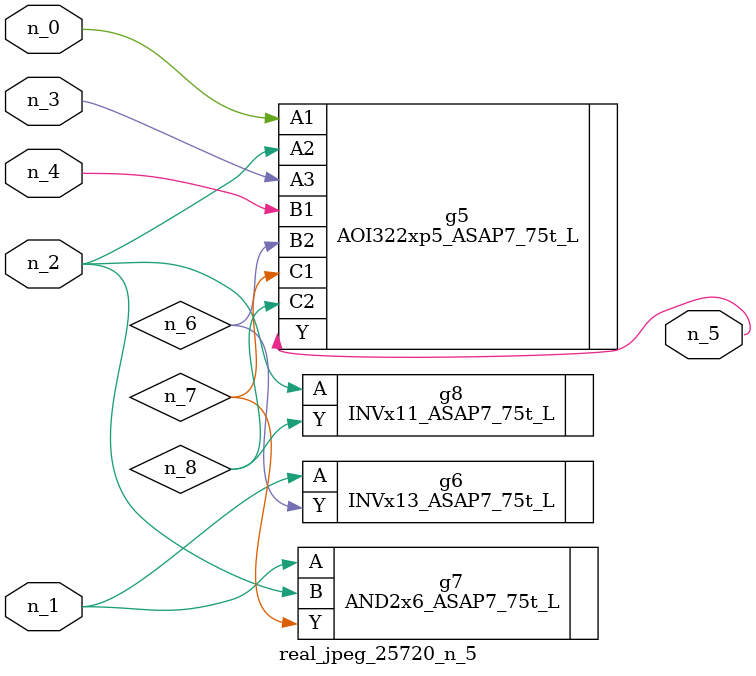
<source format=v>
module real_jpeg_25720_n_5 (n_4, n_0, n_1, n_2, n_3, n_5);

input n_4;
input n_0;
input n_1;
input n_2;
input n_3;

output n_5;

wire n_8;
wire n_6;
wire n_7;

AOI322xp5_ASAP7_75t_L g5 ( 
.A1(n_0),
.A2(n_2),
.A3(n_3),
.B1(n_4),
.B2(n_6),
.C1(n_7),
.C2(n_8),
.Y(n_5)
);

INVx13_ASAP7_75t_L g6 ( 
.A(n_1),
.Y(n_6)
);

AND2x6_ASAP7_75t_L g7 ( 
.A(n_1),
.B(n_2),
.Y(n_7)
);

INVx11_ASAP7_75t_L g8 ( 
.A(n_2),
.Y(n_8)
);


endmodule
</source>
